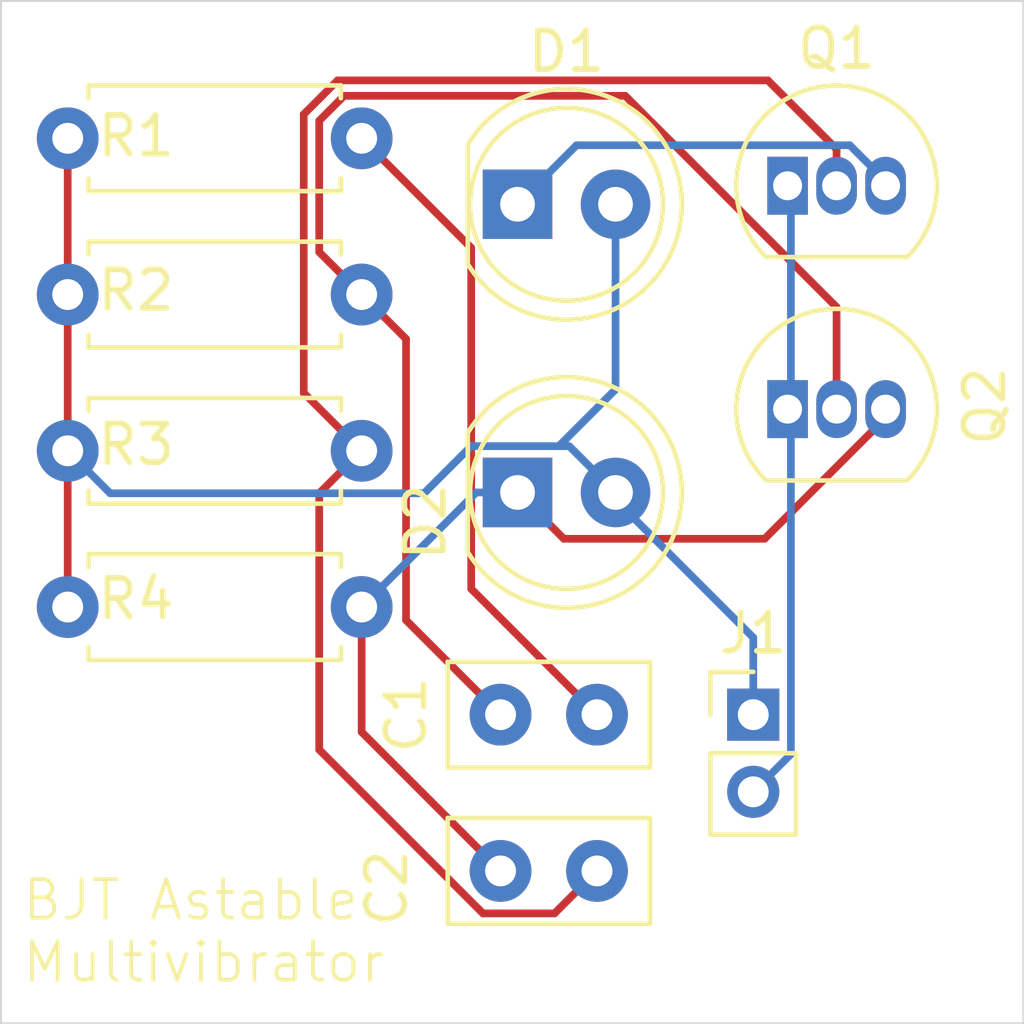
<source format=kicad_pcb>
(kicad_pcb (version 20241229) (generator "pcbnew") (generator_version "9.0")
  (layers (0 "F.Cu" signal) (2 "B.Cu" signal) (13 "F.Paste" user) (15 "B.Paste" user) (5 "F.SilkS" user "F.Silkscreen") (7 "B.SilkS" user "B.Silkscreen") (1 "F.Mask" user) (3 "B.Mask" user) (25 "Edge.Cuts" user))
  (net 0 "")
  (net 1 "Net-(C1-Pad2)")
  (net 2 "VCC")
  (net 3 "Base2")
  (net 4 "Base1")
  (net 5 "Net-(D2-K)")
  (net 6 "Net-(D1-K)")
  (net 7 "GND")
  (footprint "Resistor_THT:R_Axial_DIN0207_L6.3mm_D2.5mm_P7.62mm_Horizontal" (layer "F.Cu") (at 127.73 94.11)
    (property "Reference" "R2" (at 1.77 -0.11 0) (layer "F.SilkS"))
    (property "Value" "5K")
    (fp_line (start 0.54 -1.37) (end 7.08 -1.37) (stroke (width 0.12)) (layer "F.SilkS"))
    (fp_line (start 0.54 -1.04) (end 0.54 -1.37) (stroke (width 0.12)) (layer "F.SilkS"))
    (fp_line (start 0.54 1.04) (end 0.54 1.37) (stroke (width 0.12)) (layer "F.SilkS"))
    (fp_line (start 0.54 1.37) (end 7.08 1.37) (stroke (width 0.12)) (layer "F.SilkS"))
    (fp_line (start 7.08 -1.37) (end 7.08 -1.04) (stroke (width 0.12)) (layer "F.SilkS"))
    (fp_line (start 7.08 1.37) (end 7.08 1.04) (stroke (width 0.12)) (layer "F.SilkS"))
    (pad "1" thru_hole circle (at 0 0) (size 1.6 1.6) (drill 0.8) (layers "*.Cu" "*.Mask") (net 2 "VCC"))
    (pad "2" thru_hole circle (at 7.62 0) (size 1.6 1.6) (drill 0.8) (layers "*.Cu" "*.Mask") (net 3 "Base2"))
  )
  (footprint "LED_THT:LED_D5.0mm" (layer "F.Cu") (at 139.39 91.77)
    (property "Reference" "D1" (at 1.27 -3.96 0) (layer "F.SilkS"))
    (property "Value" "LED")
    (fp_line (start -1.29 -1.545) (end -1.29 1.545) (stroke (width 0.12)) (layer "F.SilkS"))
    (fp_arc (start -1.29 -1.54483) (mid 2.071779 -2.880495) (end 4.26 0) (stroke (width 0.12)) (layer "F.SilkS"))
    (fp_arc (start 4.26 0) (mid 2.071779 2.880495) (end -1.29 1.54483) (stroke (width 0.12)) (layer "F.SilkS"))
    (fp_circle (center 1.27 0) (end 3.77 0) (stroke (width 0.12)) (fill no) (layer "F.SilkS"))
    (pad "1" thru_hole rect (at 0 0) (size 1.8 1.8) (drill 0.9) (layers "*.Cu" "*.Mask") (net 6 "Net-(D1-K)"))
    (pad "2" thru_hole circle (at 2.54 0) (size 1.8 1.8) (drill 0.9) (layers "*.Cu" "*.Mask") (net 2 "VCC"))
  )
  (footprint "Resistor_THT:R_Axial_DIN0207_L6.3mm_D2.5mm_P7.62mm_Horizontal" (layer "F.Cu") (at 127.73 102.21)
    (property "Reference" "R4" (at 1.77 -0.21 0) (layer "F.SilkS"))
    (property "Value" "1K")
    (fp_line (start 0.54 -1.37) (end 7.08 -1.37) (stroke (width 0.12)) (layer "F.SilkS"))
    (fp_line (start 0.54 -1.04) (end 0.54 -1.37) (stroke (width 0.12)) (layer "F.SilkS"))
    (fp_line (start 0.54 1.04) (end 0.54 1.37) (stroke (width 0.12)) (layer "F.SilkS"))
    (fp_line (start 0.54 1.37) (end 7.08 1.37) (stroke (width 0.12)) (layer "F.SilkS"))
    (fp_line (start 7.08 -1.37) (end 7.08 -1.04) (stroke (width 0.12)) (layer "F.SilkS"))
    (fp_line (start 7.08 1.37) (end 7.08 1.04) (stroke (width 0.12)) (layer "F.SilkS"))
    (pad "1" thru_hole circle (at 0 0) (size 1.6 1.6) (drill 0.8) (layers "*.Cu" "*.Mask") (net 2 "VCC"))
    (pad "2" thru_hole circle (at 7.62 0) (size 1.6 1.6) (drill 0.8) (layers "*.Cu" "*.Mask") (net 5 "Net-(D2-K)"))
  )
  (footprint "Capacitor_THT:C_Disc_D5.0mm_W2.5mm_P2.50mm" (layer "F.Cu") (at 138.95 105)
    (property "Reference" "C1" (at -2.45 0 90) (layer "F.SilkS"))
    (property "Value" "220uF")
    (fp_line (start -1.37 -1.37) (end 3.87 -1.37) (stroke (width 0.12)) (layer "F.SilkS"))
    (fp_line (start -1.37 1.37) (end -1.37 -1.37) (stroke (width 0.12)) (layer "F.SilkS"))
    (fp_line (start 3.87 -1.37) (end 3.87 1.37) (stroke (width 0.12)) (layer "F.SilkS"))
    (fp_line (start 3.87 1.37) (end -1.37 1.37) (stroke (width 0.12)) (layer "F.SilkS"))
    (pad "1" thru_hole circle (at 0 0) (size 1.6 1.6) (drill 0.8) (layers "*.Cu" "*.Mask") (net 3 "Base2"))
    (pad "2" thru_hole circle (at 2.5 0) (size 1.6 1.6) (drill 0.8) (layers "*.Cu" "*.Mask") (net 1 "Net-(C1-Pad2)"))
  )
  (footprint "Capacitor_THT:C_Disc_D5.0mm_W2.5mm_P2.50mm" (layer "F.Cu") (at 138.95 109.05)
    (property "Reference" "C2" (at -2.95 0.45 90) (layer "F.SilkS"))
    (property "Value" "220uF")
    (fp_line (start -1.37 -1.37) (end 3.87 -1.37) (stroke (width 0.12)) (layer "F.SilkS"))
    (fp_line (start -1.37 1.37) (end -1.37 -1.37) (stroke (width 0.12)) (layer "F.SilkS"))
    (fp_line (start 3.87 -1.37) (end 3.87 1.37) (stroke (width 0.12)) (layer "F.SilkS"))
    (fp_line (start 3.87 1.37) (end -1.37 1.37) (stroke (width 0.12)) (layer "F.SilkS"))
    (pad "1" thru_hole circle (at 0 0) (size 1.6 1.6) (drill 0.8) (layers "*.Cu" "*.Mask") (net 5 "Net-(D2-K)"))
    (pad "2" thru_hole circle (at 2.5 0) (size 1.6 1.6) (drill 0.8) (layers "*.Cu" "*.Mask") (net 4 "Base1"))
  )
  (footprint "Package_TO_SOT_THT:TO-92_Inline" (layer "F.Cu") (at 146.39 91.29)
    (property "Reference" "Q1" (at 1.27 -3.56 0) (layer "F.SilkS"))
    (property "Value" "2N3904")
    (fp_line (start -0.53 1.85) (end 3.07 1.85) (stroke (width 0.12)) (layer "F.SilkS"))
    (fp_arc (start -0.568478 1.838478) (mid -1.132087 -0.994977) (end 1.27 -2.6) (stroke (width 0.12)) (layer "F.SilkS"))
    (fp_arc (start 1.27 -2.6) (mid 3.672087 -0.994977) (end 3.108478 1.838478) (stroke (width 0.12)) (layer "F.SilkS"))
    (pad "1" thru_hole rect (at 0 0) (size 1.05 1.5) (drill 0.75) (layers "*.Cu" "*.Mask") (net 7 "GND"))
    (pad "2" thru_hole oval (at 1.27 0) (size 1.05 1.5) (drill 0.75) (layers "*.Cu" "*.Mask") (net 4 "Base1"))
    (pad "3" thru_hole oval (at 2.54 0) (size 1.05 1.5) (drill 0.75) (layers "*.Cu" "*.Mask") (net 6 "Net-(D1-K)"))
  )
  (footprint "Package_TO_SOT_THT:TO-92_Inline" (layer "F.Cu") (at 146.39 97.08)
    (property "Reference" "Q2" (at 5.11 -0.08 90) (layer "F.SilkS"))
    (property "Value" "2N3904")
    (fp_line (start -0.53 1.85) (end 3.07 1.85) (stroke (width 0.12)) (layer "F.SilkS"))
    (fp_arc (start -0.568478 1.838478) (mid -1.132087 -0.994977) (end 1.27 -2.6) (stroke (width 0.12)) (layer "F.SilkS"))
    (fp_arc (start 1.27 -2.6) (mid 3.672087 -0.994977) (end 3.108478 1.838478) (stroke (width 0.12)) (layer "F.SilkS"))
    (pad "1" thru_hole rect (at 0 0) (size 1.05 1.5) (drill 0.75) (layers "*.Cu" "*.Mask") (net 7 "GND"))
    (pad "2" thru_hole oval (at 1.27 0) (size 1.05 1.5) (drill 0.75) (layers "*.Cu" "*.Mask") (net 3 "Base2"))
    (pad "3" thru_hole oval (at 2.54 0) (size 1.05 1.5) (drill 0.75) (layers "*.Cu" "*.Mask") (net 5 "Net-(D2-K)"))
  )
  (footprint "Resistor_THT:R_Axial_DIN0207_L6.3mm_D2.5mm_P7.62mm_Horizontal" (layer "F.Cu") (at 127.73 98.16)
    (property "Reference" "R3" (at 1.77 -0.16 0) (layer "F.SilkS"))
    (property "Value" "5K")
    (fp_line (start 0.54 -1.37) (end 7.08 -1.37) (stroke (width 0.12)) (layer "F.SilkS"))
    (fp_line (start 0.54 -1.04) (end 0.54 -1.37) (stroke (width 0.12)) (layer "F.SilkS"))
    (fp_line (start 0.54 1.04) (end 0.54 1.37) (stroke (width 0.12)) (layer "F.SilkS"))
    (fp_line (start 0.54 1.37) (end 7.08 1.37) (stroke (width 0.12)) (layer "F.SilkS"))
    (fp_line (start 7.08 -1.37) (end 7.08 -1.04) (stroke (width 0.12)) (layer "F.SilkS"))
    (fp_line (start 7.08 1.37) (end 7.08 1.04) (stroke (width 0.12)) (layer "F.SilkS"))
    (pad "1" thru_hole circle (at 0 0) (size 1.6 1.6) (drill 0.8) (layers "*.Cu" "*.Mask") (net 2 "VCC"))
    (pad "2" thru_hole circle (at 7.62 0) (size 1.6 1.6) (drill 0.8) (layers "*.Cu" "*.Mask") (net 4 "Base1"))
  )
  (footprint "Connector_PinHeader_2.00mm:PinHeader_1x02_P2.00mm_Vertical" (layer "F.Cu") (at 145.5 105)
    (property "Reference" "J1" (at 0 -2.11 0) (layer "F.SilkS"))
    (property "Value" "Conn_01x02_Pin")
    (fp_line (start -1.11 -1.11) (end 0 -1.11) (stroke (width 0.12)) (layer "F.SilkS"))
    (fp_line (start -1.11 0) (end -1.11 -1.11) (stroke (width 0.12)) (layer "F.SilkS"))
    (fp_line (start -1.11 1) (end -1.11 3.11) (stroke (width 0.12)) (layer "F.SilkS"))
    (fp_line (start -1.11 1) (end 1.11 1) (stroke (width 0.12)) (layer "F.SilkS"))
    (fp_line (start -1.11 3.11) (end 1.11 3.11) (stroke (width 0.12)) (layer "F.SilkS"))
    (fp_line (start 1.11 1) (end 1.11 3.11) (stroke (width 0.12)) (layer "F.SilkS"))
    (pad "1" thru_hole rect (at 0 0) (size 1.35 1.35) (drill 0.8) (layers "*.Cu" "*.Mask") (net 2 "VCC"))
    (pad "2" thru_hole circle (at 0 2) (size 1.35 1.35) (drill 0.8) (layers "*.Cu" "*.Mask") (net 7 "GND"))
  )
  (footprint "LED_THT:LED_D5.0mm" (layer "F.Cu") (at 139.39 99.24)
    (property "Reference" "D2" (at -2.39 0.76 90) (layer "F.SilkS"))
    (property "Value" "LED")
    (fp_line (start -1.29 -1.545) (end -1.29 1.545) (stroke (width 0.12)) (layer "F.SilkS"))
    (fp_arc (start -1.29 -1.54483) (mid 2.071779 -2.880495) (end 4.26 0) (stroke (width 0.12)) (layer "F.SilkS"))
    (fp_arc (start 4.26 0) (mid 2.071779 2.880495) (end -1.29 1.54483) (stroke (width 0.12)) (layer "F.SilkS"))
    (fp_circle (center 1.27 0) (end 3.77 0) (stroke (width 0.12)) (fill no) (layer "F.SilkS"))
    (pad "1" thru_hole rect (at 0 0) (size 1.8 1.8) (drill 0.9) (layers "*.Cu" "*.Mask") (net 5 "Net-(D2-K)"))
    (pad "2" thru_hole circle (at 2.54 0) (size 1.8 1.8) (drill 0.9) (layers "*.Cu" "*.Mask") (net 2 "VCC"))
  )
  (footprint "Resistor_THT:R_Axial_DIN0207_L6.3mm_D2.5mm_P7.62mm_Horizontal" (layer "F.Cu") (at 127.73 90.06)
    (property "Reference" "R1" (at 1.77 -0.06 0) (layer "F.SilkS"))
    (property "Value" "1K")
    (fp_line (start 0.54 -1.37) (end 7.08 -1.37) (stroke (width 0.12)) (layer "F.SilkS"))
    (fp_line (start 0.54 -1.04) (end 0.54 -1.37) (stroke (width 0.12)) (layer "F.SilkS"))
    (fp_line (start 0.54 1.04) (end 0.54 1.37) (stroke (width 0.12)) (layer "F.SilkS"))
    (fp_line (start 0.54 1.37) (end 7.08 1.37) (stroke (width 0.12)) (layer "F.SilkS"))
    (fp_line (start 7.08 -1.37) (end 7.08 -1.04) (stroke (width 0.12)) (layer "F.SilkS"))
    (fp_line (start 7.08 1.37) (end 7.08 1.04) (stroke (width 0.12)) (layer "F.SilkS"))
    (pad "1" thru_hole circle (at 0 0) (size 1.6 1.6) (drill 0.8) (layers "*.Cu" "*.Mask") (net 2 "VCC"))
    (pad "2" thru_hole circle (at 7.62 0) (size 1.6 1.6) (drill 0.8) (layers "*.Cu" "*.Mask") (net 1 "Net-(C1-Pad2)"))
  )
  (gr_rect (start 126 86.5) (end 152.5 113) (stroke (width 0.05)) (fill no) (layer "Edge.Cuts"))
  (gr_text "BJT Astable \nMultivibrator" (at 126.5 112 0) (layer "F.SilkS") (effects (font (size 1 1) (thickness 0.1)) (justify left bottom)))
  (segment (start 138.189 101.739) (end 141.45 105) (width 0.2) (layer "F.Cu") (net 1))
  (segment (start 135.35 90.06) (end 138.189 92.899) (width 0.2) (layer "F.Cu") (net 1))
  (segment (start 138.189 92.899) (end 138.189 101.739) (width 0.2) (layer "F.Cu") (net 1))
  (segment (start 127.73 98.16) (end 127.73 102.21) (width 0.2) (layer "F.Cu") (net 2))
  (segment (start 127.73 90.06) (end 127.73 94.11) (width 0.2) (layer "F.Cu") (net 2))
  (segment (start 127.73 94.11) (end 127.73 98.16) (width 0.2) (layer "F.Cu") (net 2))
  (segment (start 136.967 99.261) (end 138.189 98.039) (width 0.2) (layer "B.Cu") (net 2))
  (segment (start 140.729 98.039) (end 141.93 99.24) (width 0.2) (layer "B.Cu") (net 2))
  (segment (start 141.93 96.57) (end 140.5 98) (width 0.2) (layer "B.Cu") (net 2))
  (segment (start 128.831 99.261) (end 136.967 99.261) (width 0.2) (layer "B.Cu") (net 2))
  (segment (start 145.5 103) (end 145.5 105) (width 0.2) (layer "B.Cu") (net 2))
  (segment (start 141.93 99.24) (end 141.93 99.43) (width 0.2) (layer "B.Cu") (net 2))
  (segment (start 127.73 98.16) (end 128.831 99.261) (width 0.2) (layer "B.Cu") (net 2))
  (segment (start 140.5 98) (end 140.5 98.039) (width 0.2) (layer "B.Cu") (net 2))
  (segment (start 141.93 91.77) (end 141.93 96.57) (width 0.2) (layer "B.Cu") (net 2))
  (segment (start 141.93 99.43) (end 145.5 103) (width 0.2) (layer "B.Cu") (net 2))
  (segment (start 138.189 98.039) (end 140.5 98.039) (width 0.2) (layer "B.Cu") (net 2))
  (segment (start 140.5 98.039) (end 140.729 98.039) (width 0.2) (layer "B.Cu") (net 2))
  (segment (start 142.182 88.959) (end 134.89395 88.959) (width 0.2) (layer "F.Cu") (net 3))
  (segment (start 147.66 97.08) (end 147.66 94.437) (width 0.2) (layer "F.Cu") (net 3))
  (segment (start 134.249 89.60395) (end 134.249 93.009) (width 0.2) (layer "F.Cu") (net 3))
  (segment (start 134.249 93.009) (end 135.35 94.11) (width 0.2) (layer "F.Cu") (net 3))
  (segment (start 134.89395 88.959) (end 134.249 89.60395) (width 0.2) (layer "F.Cu") (net 3))
  (segment (start 147.66 94.437) (end 142.182 88.959) (width 0.2) (layer "F.Cu") (net 3))
  (segment (start 136.5 95.26) (end 136.5 102.55) (width 0.2) (layer "F.Cu") (net 3))
  (segment (start 135.35 94.11) (end 136.5 95.26) (width 0.2) (layer "F.Cu") (net 3))
  (segment (start 136.5 102.55) (end 138.95 105) (width 0.2) (layer "F.Cu") (net 3))
  (segment (start 134.249 105.90605) (end 138.49395 110.151) (width 0.2) (layer "F.Cu") (net 4))
  (segment (start 135.35 98.16) (end 133.848 96.658) (width 0.2) (layer "F.Cu") (net 4))
  (segment (start 134.72785 88.558) (end 145.878 88.558) (width 0.2) (layer "F.Cu") (net 4))
  (segment (start 134.249 99.261) (end 134.249 105.90605) (width 0.2) (layer "F.Cu") (net 4))
  (segment (start 133.848 89.43785) (end 134.72785 88.558) (width 0.2) (layer "F.Cu") (net 4))
  (segment (start 140.349 110.151) (end 141.45 109.05) (width 0.2) (layer "F.Cu") (net 4))
  (segment (start 133.848 96.658) (end 133.848 89.43785) (width 0.2) (layer "F.Cu") (net 4))
  (segment (start 138.49395 110.151) (end 140.349 110.151) (width 0.2) (layer "F.Cu") (net 4))
  (segment (start 145.878 88.558) (end 147.66 90.34) (width 0.2) (layer "F.Cu") (net 4))
  (segment (start 147.66 90.34) (end 147.66 91.29) (width 0.2) (layer "F.Cu") (net 4))
  (segment (start 135.35 98.16) (end 134.249 99.261) (width 0.2) (layer "F.Cu") (net 4))
  (segment (start 140.591 100.441) (end 139.39 99.24) (width 0.2) (layer "F.Cu") (net 5))
  (segment (start 148.93 97.305) (end 145.794 100.441) (width 0.2) (layer "F.Cu") (net 5))
  (segment (start 148.93 97.08) (end 148.93 97.305) (width 0.2) (layer "F.Cu") (net 5))
  (segment (start 145.794 100.441) (end 140.591 100.441) (width 0.2) (layer "F.Cu") (net 5))
  (segment (start 135.35 105.45) (end 138.95 109.05) (width 0.2) (layer "F.Cu") (net 5))
  (segment (start 135.35 102.21) (end 135.35 105.45) (width 0.2) (layer "F.Cu") (net 5))
  (segment (start 135.35 102.21) (end 138.32 99.24) (width 0.2) (layer "B.Cu") (net 5))
  (segment (start 138.32 99.24) (end 139.39 99.24) (width 0.2) (layer "B.Cu") (net 5))
  (segment (start 139.39 91.77) (end 140.921 90.239) (width 0.2) (layer "B.Cu") (net 6))
  (segment (start 148.00214 90.239) (end 148.93 91.16686) (width 0.2) (layer "B.Cu") (net 6))
  (segment (start 148.93 91.16686) (end 148.93 91.29) (width 0.2) (layer "B.Cu") (net 6))
  (segment (start 140.921 90.239) (end 148.00214 90.239) (width 0.2) (layer "B.Cu") (net 6))
  (segment (start 146.476 91.376) (end 146.476 106.024) (width 0.2) (layer "B.Cu") (net 7))
  (segment (start 146.39 91.29) (end 146.476 91.376) (width 0.2) (layer "B.Cu") (net 7))
  (segment (start 146.476 106.024) (end 145.5 107) (width 0.2) (layer "B.Cu") (net 7))
)
</source>
